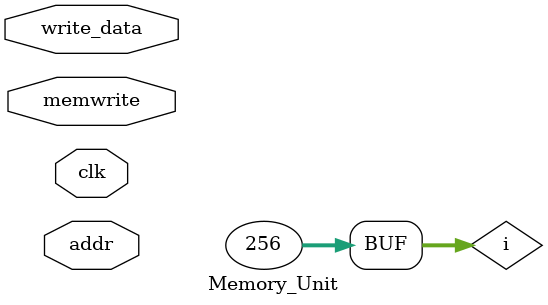
<source format=v>
`timescale 1ns / 1ps

module Memory_Unit(
    input wire clk,                  // Clock signal
    input wire [31:0] addr,          // Memory Address
    input wire [31:0] write_data,    // Memory Address Contents
    input wire memwrite
    );
    
reg [31:0] MEMO[0:255];  // 256 words of 32-bit memory

integer i;

initial begin
  for (i = 0; i < 256; i = i + 1) begin
    MEMO[i] = i;
  end
end

always @(posedge clk) begin
  if (memwrite == 1'b1) 
    MEMO[addr] <= write_data;
end

endmodule

</source>
